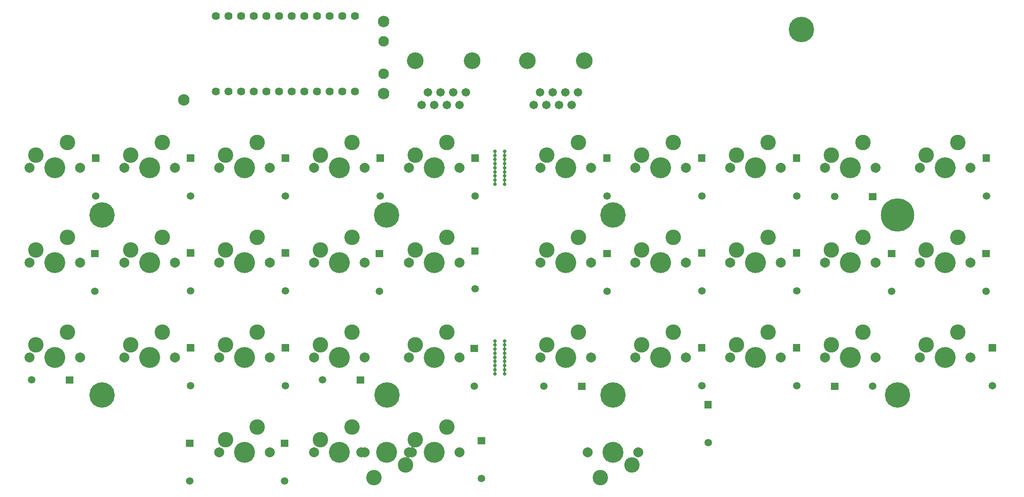
<source format=gbr>
G04 #@! TF.GenerationSoftware,KiCad,Pcbnew,(5.1.9)-1*
G04 #@! TF.CreationDate,2021-01-26T21:27:31-05:00*
G04 #@! TF.ProjectId,reviung34-split-L,72657669-756e-4673-9334-2d73706c6974,2.0*
G04 #@! TF.SameCoordinates,Original*
G04 #@! TF.FileFunction,Soldermask,Top*
G04 #@! TF.FilePolarity,Negative*
%FSLAX46Y46*%
G04 Gerber Fmt 4.6, Leading zero omitted, Abs format (unit mm)*
G04 Created by KiCad (PCBNEW (5.1.9)-1) date 2021-01-26 21:27:31*
%MOMM*%
%LPD*%
G01*
G04 APERTURE LIST*
%ADD10C,3.102000*%
%ADD11C,2.002000*%
%ADD12C,4.202000*%
%ADD13C,5.102000*%
%ADD14C,0.702000*%
%ADD15C,2.302000*%
%ADD16C,1.702000*%
%ADD17C,3.352000*%
%ADD18C,6.702000*%
%ADD19C,2.102000*%
%ADD20C,1.626000*%
%ADD21C,1.499000*%
%ADD22C,0.100000*%
G04 APERTURE END LIST*
D10*
X125935000Y-144030000D03*
X132285000Y-141490000D03*
D11*
X133555000Y-138950000D03*
X123395000Y-138950000D03*
D12*
X128475000Y-138950000D03*
D10*
X171395000Y-144030000D03*
X177745000Y-141490000D03*
D11*
X179015000Y-138950000D03*
X168855000Y-138950000D03*
D12*
X173935000Y-138950000D03*
D10*
X243150000Y-114820000D03*
X236800000Y-117360000D03*
D11*
X235530000Y-119900000D03*
X245690000Y-119900000D03*
D12*
X240610000Y-119900000D03*
D10*
X243150000Y-95770000D03*
X236800000Y-98310000D03*
D11*
X235530000Y-100850000D03*
X245690000Y-100850000D03*
D12*
X240610000Y-100850000D03*
D10*
X243150000Y-76720000D03*
X236800000Y-79260000D03*
D11*
X235530000Y-81800000D03*
X245690000Y-81800000D03*
D12*
X240610000Y-81800000D03*
D10*
X224100000Y-114820000D03*
X217750000Y-117360000D03*
D11*
X216480000Y-119900000D03*
X226640000Y-119900000D03*
D12*
X221560000Y-119900000D03*
D10*
X205050000Y-114820000D03*
X198700000Y-117360000D03*
D11*
X197430000Y-119900000D03*
X207590000Y-119900000D03*
D12*
X202510000Y-119900000D03*
D10*
X186000000Y-114820000D03*
X179650000Y-117360000D03*
D11*
X178380000Y-119900000D03*
X188540000Y-119900000D03*
D12*
X183460000Y-119900000D03*
D10*
X166950000Y-114820000D03*
X160600000Y-117360000D03*
D11*
X159330000Y-119900000D03*
X169490000Y-119900000D03*
D12*
X164410000Y-119900000D03*
D10*
X224100000Y-95770000D03*
X217750000Y-98310000D03*
D11*
X216480000Y-100850000D03*
X226640000Y-100850000D03*
D12*
X221560000Y-100850000D03*
D10*
X205050000Y-95770000D03*
X198700000Y-98310000D03*
D11*
X197430000Y-100850000D03*
X207590000Y-100850000D03*
D12*
X202510000Y-100850000D03*
D10*
X186000000Y-95770000D03*
X179650000Y-98310000D03*
D11*
X178380000Y-100850000D03*
X188540000Y-100850000D03*
D12*
X183460000Y-100850000D03*
D10*
X166950000Y-95770000D03*
X160600000Y-98310000D03*
D11*
X159330000Y-100850000D03*
X169490000Y-100850000D03*
D12*
X164410000Y-100850000D03*
D10*
X224100000Y-76720000D03*
X217750000Y-79260000D03*
D11*
X216480000Y-81800000D03*
X226640000Y-81800000D03*
D12*
X221560000Y-81800000D03*
D10*
X205050000Y-76720000D03*
X198700000Y-79260000D03*
D11*
X197430000Y-81800000D03*
X207590000Y-81800000D03*
D12*
X202510000Y-81800000D03*
D10*
X186000000Y-76720000D03*
X179650000Y-79260000D03*
D11*
X178380000Y-81800000D03*
X188540000Y-81800000D03*
D12*
X183460000Y-81800000D03*
D10*
X166950000Y-76720000D03*
X160600000Y-79260000D03*
D11*
X159330000Y-81800000D03*
X169490000Y-81800000D03*
D12*
X164410000Y-81800000D03*
D10*
X140540000Y-133870000D03*
X134190000Y-136410000D03*
D11*
X132920000Y-138950000D03*
X143080000Y-138950000D03*
D12*
X138000000Y-138950000D03*
D10*
X121490000Y-133870000D03*
X115140000Y-136410000D03*
D11*
X113870000Y-138950000D03*
X124030000Y-138950000D03*
D12*
X118950000Y-138950000D03*
D10*
X102440000Y-133870000D03*
X96090000Y-136410000D03*
D11*
X94820000Y-138950000D03*
X104980000Y-138950000D03*
D12*
X99900000Y-138950000D03*
D10*
X140540000Y-114820000D03*
X134190000Y-117360000D03*
D11*
X132920000Y-119900000D03*
X143080000Y-119900000D03*
D12*
X138000000Y-119900000D03*
D10*
X121490000Y-114820000D03*
X115140000Y-117360000D03*
D11*
X113870000Y-119900000D03*
X124030000Y-119900000D03*
D12*
X118950000Y-119900000D03*
D10*
X102440000Y-114820000D03*
X96090000Y-117360000D03*
D11*
X94820000Y-119900000D03*
X104980000Y-119900000D03*
D12*
X99900000Y-119900000D03*
D10*
X83390000Y-114820000D03*
X77040000Y-117360000D03*
D11*
X75770000Y-119900000D03*
X85930000Y-119900000D03*
D12*
X80850000Y-119900000D03*
D10*
X64340000Y-114820000D03*
X57990000Y-117360000D03*
D11*
X56720000Y-119900000D03*
X66880000Y-119900000D03*
D12*
X61800000Y-119900000D03*
D10*
X140540000Y-95770000D03*
X134190000Y-98310000D03*
D11*
X132920000Y-100850000D03*
X143080000Y-100850000D03*
D12*
X138000000Y-100850000D03*
D10*
X121490000Y-95770000D03*
X115140000Y-98310000D03*
D11*
X113870000Y-100850000D03*
X124030000Y-100850000D03*
D12*
X118950000Y-100850000D03*
D10*
X102440000Y-95770000D03*
X96090000Y-98310000D03*
D11*
X94820000Y-100850000D03*
X104980000Y-100850000D03*
D12*
X99900000Y-100850000D03*
D10*
X83390000Y-95770000D03*
X77040000Y-98310000D03*
D11*
X75770000Y-100850000D03*
X85930000Y-100850000D03*
D12*
X80850000Y-100850000D03*
D10*
X64340000Y-95770000D03*
X57990000Y-98310000D03*
D11*
X56720000Y-100850000D03*
X66880000Y-100850000D03*
D12*
X61800000Y-100850000D03*
D10*
X140540000Y-76720000D03*
X134190000Y-79260000D03*
D11*
X132920000Y-81800000D03*
X143080000Y-81800000D03*
D12*
X138000000Y-81800000D03*
D10*
X121490000Y-76720000D03*
X115140000Y-79260000D03*
D11*
X113870000Y-81800000D03*
X124030000Y-81800000D03*
D12*
X118950000Y-81800000D03*
D10*
X102440000Y-76720000D03*
X96090000Y-79260000D03*
D11*
X94820000Y-81800000D03*
X104980000Y-81800000D03*
D12*
X99900000Y-81800000D03*
D10*
X83390000Y-76720000D03*
X77040000Y-79260000D03*
D11*
X75770000Y-81800000D03*
X85930000Y-81800000D03*
D12*
X80850000Y-81800000D03*
D10*
X64340000Y-76720000D03*
X57990000Y-79260000D03*
D11*
X56720000Y-81800000D03*
X66880000Y-81800000D03*
D12*
X61800000Y-81800000D03*
D13*
X211800000Y-54070000D03*
X231080000Y-127440000D03*
X173930000Y-91340000D03*
X173930000Y-127440000D03*
X128440000Y-91340000D03*
X128570000Y-127440000D03*
X71320000Y-127440000D03*
X71320000Y-91340000D03*
D14*
X152150000Y-78520000D03*
X152140000Y-85120000D03*
X152140000Y-79345000D03*
X152140000Y-81820000D03*
X152140000Y-82645000D03*
X152140000Y-83470000D03*
X152140000Y-84295000D03*
X152140000Y-80995000D03*
X152140000Y-80170000D03*
X150240000Y-78520000D03*
X150230000Y-85120000D03*
X150230000Y-79345000D03*
X150230000Y-81820000D03*
X150230000Y-82645000D03*
X150230000Y-83470000D03*
X150230000Y-84295000D03*
X150230000Y-80995000D03*
X150230000Y-80170000D03*
X150240000Y-116600000D03*
X150230000Y-123200000D03*
X150230000Y-117425000D03*
X150230000Y-119900000D03*
X150230000Y-120725000D03*
X150230000Y-121550000D03*
X150230000Y-122375000D03*
X150230000Y-119075000D03*
X150230000Y-118250000D03*
X152150000Y-116600000D03*
X152140000Y-123200000D03*
X152140000Y-117425000D03*
X152140000Y-119900000D03*
X152140000Y-120725000D03*
X152140000Y-121550000D03*
X152140000Y-122375000D03*
X152140000Y-119075000D03*
X152140000Y-118250000D03*
D15*
X127850000Y-66970000D03*
X127850000Y-52420000D03*
X87760000Y-68190000D03*
D16*
X144380000Y-66660000D03*
X143110000Y-69200000D03*
X141840000Y-66660000D03*
X140570000Y-69200000D03*
X139300000Y-66660000D03*
X138030000Y-69200000D03*
X136760000Y-66660000D03*
X135490000Y-69200000D03*
D17*
X145650000Y-60310000D03*
X134220000Y-60310000D03*
D18*
X231080000Y-91340000D03*
D16*
X166920000Y-66660000D03*
X165650000Y-69200000D03*
X164380000Y-66660000D03*
X163110000Y-69200000D03*
X161840000Y-66660000D03*
X160570000Y-69200000D03*
X159300000Y-66660000D03*
X158030000Y-69200000D03*
D17*
X168190000Y-60310000D03*
X156760000Y-60310000D03*
D19*
X127860000Y-56440000D03*
X127860000Y-62940000D03*
D20*
X94162000Y-66548600D03*
X96702000Y-66548600D03*
X99242000Y-66548600D03*
X101782000Y-66548600D03*
X104322000Y-66548600D03*
X106862000Y-66548600D03*
X109402000Y-66548600D03*
X111942000Y-66548600D03*
X114482000Y-66548600D03*
X117022000Y-66548600D03*
X119562000Y-66548600D03*
X122102000Y-66548600D03*
X122102000Y-51328600D03*
X119562000Y-51328600D03*
X117022000Y-51328600D03*
X114482000Y-51328600D03*
X111942000Y-51328600D03*
X109402000Y-51328600D03*
X106862000Y-51328600D03*
X104322000Y-51328600D03*
X101782000Y-51328600D03*
X99242000Y-51328600D03*
X96702000Y-51328600D03*
X94162000Y-51328600D03*
G36*
G01*
X69321499Y-79160500D02*
X70718501Y-79160500D01*
G75*
G02*
X70769500Y-79211499I0J-50999D01*
G01*
X70769500Y-80608501D01*
G75*
G02*
X70718501Y-80659500I-50999J0D01*
G01*
X69321499Y-80659500D01*
G75*
G02*
X69270500Y-80608501I0J50999D01*
G01*
X69270500Y-79211499D01*
G75*
G02*
X69321499Y-79160500I50999J0D01*
G01*
G37*
D21*
X70020000Y-87530000D03*
X89070000Y-87530000D03*
G36*
G01*
X88371499Y-79160500D02*
X89768501Y-79160500D01*
G75*
G02*
X89819500Y-79211499I0J-50999D01*
G01*
X89819500Y-80608501D01*
G75*
G02*
X89768501Y-80659500I-50999J0D01*
G01*
X88371499Y-80659500D01*
G75*
G02*
X88320500Y-80608501I0J50999D01*
G01*
X88320500Y-79211499D01*
G75*
G02*
X88371499Y-79160500I50999J0D01*
G01*
G37*
G36*
G01*
X107421499Y-79160500D02*
X108818501Y-79160500D01*
G75*
G02*
X108869500Y-79211499I0J-50999D01*
G01*
X108869500Y-80608501D01*
G75*
G02*
X108818501Y-80659500I-50999J0D01*
G01*
X107421499Y-80659500D01*
G75*
G02*
X107370500Y-80608501I0J50999D01*
G01*
X107370500Y-79211499D01*
G75*
G02*
X107421499Y-79160500I50999J0D01*
G01*
G37*
X108120000Y-87530000D03*
X127170000Y-87530000D03*
G36*
G01*
X126471499Y-79160500D02*
X127868501Y-79160500D01*
G75*
G02*
X127919500Y-79211499I0J-50999D01*
G01*
X127919500Y-80608501D01*
G75*
G02*
X127868501Y-80659500I-50999J0D01*
G01*
X126471499Y-80659500D01*
G75*
G02*
X126420500Y-80608501I0J50999D01*
G01*
X126420500Y-79211499D01*
G75*
G02*
X126471499Y-79160500I50999J0D01*
G01*
G37*
X146220000Y-87530000D03*
G36*
G01*
X145521499Y-79160500D02*
X146918501Y-79160500D01*
G75*
G02*
X146969500Y-79211499I0J-50999D01*
G01*
X146969500Y-80608501D01*
G75*
G02*
X146918501Y-80659500I-50999J0D01*
G01*
X145521499Y-80659500D01*
G75*
G02*
X145470500Y-80608501I0J50999D01*
G01*
X145470500Y-79211499D01*
G75*
G02*
X145521499Y-79160500I50999J0D01*
G01*
G37*
X69850000Y-106680000D03*
G36*
G01*
X69151499Y-98310500D02*
X70548501Y-98310500D01*
G75*
G02*
X70599500Y-98361499I0J-50999D01*
G01*
X70599500Y-99758501D01*
G75*
G02*
X70548501Y-99809500I-50999J0D01*
G01*
X69151499Y-99809500D01*
G75*
G02*
X69100500Y-99758501I0J50999D01*
G01*
X69100500Y-98361499D01*
G75*
G02*
X69151499Y-98310500I50999J0D01*
G01*
G37*
X89070000Y-106580000D03*
G36*
G01*
X88371499Y-98210500D02*
X89768501Y-98210500D01*
G75*
G02*
X89819500Y-98261499I0J-50999D01*
G01*
X89819500Y-99658501D01*
G75*
G02*
X89768501Y-99709500I-50999J0D01*
G01*
X88371499Y-99709500D01*
G75*
G02*
X88320500Y-99658501I0J50999D01*
G01*
X88320500Y-98261499D01*
G75*
G02*
X88371499Y-98210500I50999J0D01*
G01*
G37*
X108120000Y-106580000D03*
G36*
G01*
X107421499Y-98210500D02*
X108818501Y-98210500D01*
G75*
G02*
X108869500Y-98261499I0J-50999D01*
G01*
X108869500Y-99658501D01*
G75*
G02*
X108818501Y-99709500I-50999J0D01*
G01*
X107421499Y-99709500D01*
G75*
G02*
X107370500Y-99658501I0J50999D01*
G01*
X107370500Y-98261499D01*
G75*
G02*
X107421499Y-98210500I50999J0D01*
G01*
G37*
X127000000Y-106680000D03*
G36*
G01*
X126301499Y-98310500D02*
X127698501Y-98310500D01*
G75*
G02*
X127749500Y-98361499I0J-50999D01*
G01*
X127749500Y-99758501D01*
G75*
G02*
X127698501Y-99809500I-50999J0D01*
G01*
X126301499Y-99809500D01*
G75*
G02*
X126250500Y-99758501I0J50999D01*
G01*
X126250500Y-98361499D01*
G75*
G02*
X126301499Y-98310500I50999J0D01*
G01*
G37*
X146200000Y-106175000D03*
G36*
G01*
X145501499Y-97805500D02*
X146898501Y-97805500D01*
G75*
G02*
X146949500Y-97856499I0J-50999D01*
G01*
X146949500Y-99253501D01*
G75*
G02*
X146898501Y-99304500I-50999J0D01*
G01*
X145501499Y-99304500D01*
G75*
G02*
X145450500Y-99253501I0J50999D01*
G01*
X145450500Y-97856499D01*
G75*
G02*
X145501499Y-97805500I50999J0D01*
G01*
G37*
G36*
G01*
X65519500Y-123761499D02*
X65519500Y-125158501D01*
G75*
G02*
X65468501Y-125209500I-50999J0D01*
G01*
X64071499Y-125209500D01*
G75*
G02*
X64020500Y-125158501I0J50999D01*
G01*
X64020500Y-123761499D01*
G75*
G02*
X64071499Y-123710500I50999J0D01*
G01*
X65468501Y-123710500D01*
G75*
G02*
X65519500Y-123761499I0J-50999D01*
G01*
G37*
X57150000Y-124460000D03*
G36*
G01*
X88371499Y-117260500D02*
X89768501Y-117260500D01*
G75*
G02*
X89819500Y-117311499I0J-50999D01*
G01*
X89819500Y-118708501D01*
G75*
G02*
X89768501Y-118759500I-50999J0D01*
G01*
X88371499Y-118759500D01*
G75*
G02*
X88320500Y-118708501I0J50999D01*
G01*
X88320500Y-117311499D01*
G75*
G02*
X88371499Y-117260500I50999J0D01*
G01*
G37*
X89070000Y-125630000D03*
G36*
G01*
X107421499Y-117260500D02*
X108818501Y-117260500D01*
G75*
G02*
X108869500Y-117311499I0J-50999D01*
G01*
X108869500Y-118708501D01*
G75*
G02*
X108818501Y-118759500I-50999J0D01*
G01*
X107421499Y-118759500D01*
G75*
G02*
X107370500Y-118708501I0J50999D01*
G01*
X107370500Y-117311499D01*
G75*
G02*
X107421499Y-117260500I50999J0D01*
G01*
G37*
X108120000Y-125630000D03*
G36*
G01*
X123939500Y-123761499D02*
X123939500Y-125158501D01*
G75*
G02*
X123888501Y-125209500I-50999J0D01*
G01*
X122491499Y-125209500D01*
G75*
G02*
X122440500Y-125158501I0J50999D01*
G01*
X122440500Y-123761499D01*
G75*
G02*
X122491499Y-123710500I50999J0D01*
G01*
X123888501Y-123710500D01*
G75*
G02*
X123939500Y-123761499I0J-50999D01*
G01*
G37*
X115570000Y-124460000D03*
G36*
G01*
X145351499Y-117360500D02*
X146748501Y-117360500D01*
G75*
G02*
X146799500Y-117411499I0J-50999D01*
G01*
X146799500Y-118808501D01*
G75*
G02*
X146748501Y-118859500I-50999J0D01*
G01*
X145351499Y-118859500D01*
G75*
G02*
X145300500Y-118808501I0J50999D01*
G01*
X145300500Y-117411499D01*
G75*
G02*
X145351499Y-117360500I50999J0D01*
G01*
G37*
X146050000Y-125730000D03*
G36*
G01*
X88201499Y-136410500D02*
X89598501Y-136410500D01*
G75*
G02*
X89649500Y-136461499I0J-50999D01*
G01*
X89649500Y-137858501D01*
G75*
G02*
X89598501Y-137909500I-50999J0D01*
G01*
X88201499Y-137909500D01*
G75*
G02*
X88150500Y-137858501I0J50999D01*
G01*
X88150500Y-136461499D01*
G75*
G02*
X88201499Y-136410500I50999J0D01*
G01*
G37*
X88900000Y-144780000D03*
G36*
G01*
X107251499Y-136410500D02*
X108648501Y-136410500D01*
G75*
G02*
X108699500Y-136461499I0J-50999D01*
G01*
X108699500Y-137858501D01*
G75*
G02*
X108648501Y-137909500I-50999J0D01*
G01*
X107251499Y-137909500D01*
G75*
G02*
X107200500Y-137858501I0J50999D01*
G01*
X107200500Y-136461499D01*
G75*
G02*
X107251499Y-136410500I50999J0D01*
G01*
G37*
X107950000Y-144780000D03*
X147490000Y-144275000D03*
G36*
G01*
X146791499Y-135905500D02*
X148188501Y-135905500D01*
G75*
G02*
X148239500Y-135956499I0J-50999D01*
G01*
X148239500Y-137353501D01*
G75*
G02*
X148188501Y-137404500I-50999J0D01*
G01*
X146791499Y-137404500D01*
G75*
G02*
X146740500Y-137353501I0J50999D01*
G01*
X146740500Y-135956499D01*
G75*
G02*
X146791499Y-135905500I50999J0D01*
G01*
G37*
G36*
G01*
X172011499Y-79160500D02*
X173408501Y-79160500D01*
G75*
G02*
X173459500Y-79211499I0J-50999D01*
G01*
X173459500Y-80608501D01*
G75*
G02*
X173408501Y-80659500I-50999J0D01*
G01*
X172011499Y-80659500D01*
G75*
G02*
X171960500Y-80608501I0J50999D01*
G01*
X171960500Y-79211499D01*
G75*
G02*
X172011499Y-79160500I50999J0D01*
G01*
G37*
X172710000Y-87530000D03*
X191760000Y-87530000D03*
G36*
G01*
X191061499Y-79160500D02*
X192458501Y-79160500D01*
G75*
G02*
X192509500Y-79211499I0J-50999D01*
G01*
X192509500Y-80608501D01*
G75*
G02*
X192458501Y-80659500I-50999J0D01*
G01*
X191061499Y-80659500D01*
G75*
G02*
X191010500Y-80608501I0J50999D01*
G01*
X191010500Y-79211499D01*
G75*
G02*
X191061499Y-79160500I50999J0D01*
G01*
G37*
G36*
G01*
X210111499Y-79160500D02*
X211508501Y-79160500D01*
G75*
G02*
X211559500Y-79211499I0J-50999D01*
G01*
X211559500Y-80608501D01*
G75*
G02*
X211508501Y-80659500I-50999J0D01*
G01*
X210111499Y-80659500D01*
G75*
G02*
X210060500Y-80608501I0J50999D01*
G01*
X210060500Y-79211499D01*
G75*
G02*
X210111499Y-79160500I50999J0D01*
G01*
G37*
X210810000Y-87530000D03*
X218440000Y-87630000D03*
G36*
G01*
X226809500Y-86931499D02*
X226809500Y-88328501D01*
G75*
G02*
X226758501Y-88379500I-50999J0D01*
G01*
X225361499Y-88379500D01*
G75*
G02*
X225310500Y-88328501I0J50999D01*
G01*
X225310500Y-86931499D01*
G75*
G02*
X225361499Y-86880500I50999J0D01*
G01*
X226758501Y-86880500D01*
G75*
G02*
X226809500Y-86931499I0J-50999D01*
G01*
G37*
G36*
G01*
X172021499Y-98310500D02*
X173418501Y-98310500D01*
G75*
G02*
X173469500Y-98361499I0J-50999D01*
G01*
X173469500Y-99758501D01*
G75*
G02*
X173418501Y-99809500I-50999J0D01*
G01*
X172021499Y-99809500D01*
G75*
G02*
X171970500Y-99758501I0J50999D01*
G01*
X171970500Y-98361499D01*
G75*
G02*
X172021499Y-98310500I50999J0D01*
G01*
G37*
X172720000Y-106680000D03*
X191760000Y-106580000D03*
G36*
G01*
X191061499Y-98210500D02*
X192458501Y-98210500D01*
G75*
G02*
X192509500Y-98261499I0J-50999D01*
G01*
X192509500Y-99658501D01*
G75*
G02*
X192458501Y-99709500I-50999J0D01*
G01*
X191061499Y-99709500D01*
G75*
G02*
X191010500Y-99658501I0J50999D01*
G01*
X191010500Y-98261499D01*
G75*
G02*
X191061499Y-98210500I50999J0D01*
G01*
G37*
G36*
G01*
X210111499Y-98210500D02*
X211508501Y-98210500D01*
G75*
G02*
X211559500Y-98261499I0J-50999D01*
G01*
X211559500Y-99658501D01*
G75*
G02*
X211508501Y-99709500I-50999J0D01*
G01*
X210111499Y-99709500D01*
G75*
G02*
X210060500Y-99658501I0J50999D01*
G01*
X210060500Y-98261499D01*
G75*
G02*
X210111499Y-98210500I50999J0D01*
G01*
G37*
X210810000Y-106580000D03*
X229870000Y-106680000D03*
G36*
G01*
X229171499Y-98310500D02*
X230568501Y-98310500D01*
G75*
G02*
X230619500Y-98361499I0J-50999D01*
G01*
X230619500Y-99758501D01*
G75*
G02*
X230568501Y-99809500I-50999J0D01*
G01*
X229171499Y-99809500D01*
G75*
G02*
X229120500Y-99758501I0J50999D01*
G01*
X229120500Y-98361499D01*
G75*
G02*
X229171499Y-98310500I50999J0D01*
G01*
G37*
X160020000Y-125730000D03*
G36*
G01*
X168389500Y-125031499D02*
X168389500Y-126428501D01*
G75*
G02*
X168338501Y-126479500I-50999J0D01*
G01*
X166941499Y-126479500D01*
G75*
G02*
X166890500Y-126428501I0J50999D01*
G01*
X166890500Y-125031499D01*
G75*
G02*
X166941499Y-124980500I50999J0D01*
G01*
X168338501Y-124980500D01*
G75*
G02*
X168389500Y-125031499I0J-50999D01*
G01*
G37*
G36*
G01*
X191061499Y-117260500D02*
X192458501Y-117260500D01*
G75*
G02*
X192509500Y-117311499I0J-50999D01*
G01*
X192509500Y-118708501D01*
G75*
G02*
X192458501Y-118759500I-50999J0D01*
G01*
X191061499Y-118759500D01*
G75*
G02*
X191010500Y-118708501I0J50999D01*
G01*
X191010500Y-117311499D01*
G75*
G02*
X191061499Y-117260500I50999J0D01*
G01*
G37*
X191760000Y-125630000D03*
X210810000Y-125630000D03*
G36*
G01*
X210111499Y-117260500D02*
X211508501Y-117260500D01*
G75*
G02*
X211559500Y-117311499I0J-50999D01*
G01*
X211559500Y-118708501D01*
G75*
G02*
X211508501Y-118759500I-50999J0D01*
G01*
X210111499Y-118759500D01*
G75*
G02*
X210060500Y-118708501I0J50999D01*
G01*
X210060500Y-117311499D01*
G75*
G02*
X210111499Y-117260500I50999J0D01*
G01*
G37*
G36*
G01*
X217690500Y-126428501D02*
X217690500Y-125031499D01*
G75*
G02*
X217741499Y-124980500I50999J0D01*
G01*
X219138501Y-124980500D01*
G75*
G02*
X219189500Y-125031499I0J-50999D01*
G01*
X219189500Y-126428501D01*
G75*
G02*
X219138501Y-126479500I-50999J0D01*
G01*
X217741499Y-126479500D01*
G75*
G02*
X217690500Y-126428501I0J50999D01*
G01*
G37*
X226060000Y-125730000D03*
X248910000Y-87530000D03*
G36*
G01*
X248211499Y-79160500D02*
X249608501Y-79160500D01*
G75*
G02*
X249659500Y-79211499I0J-50999D01*
G01*
X249659500Y-80608501D01*
G75*
G02*
X249608501Y-80659500I-50999J0D01*
G01*
X248211499Y-80659500D01*
G75*
G02*
X248160500Y-80608501I0J50999D01*
G01*
X248160500Y-79211499D01*
G75*
G02*
X248211499Y-79160500I50999J0D01*
G01*
G37*
G36*
G01*
X248151499Y-98310500D02*
X249548501Y-98310500D01*
G75*
G02*
X249599500Y-98361499I0J-50999D01*
G01*
X249599500Y-99758501D01*
G75*
G02*
X249548501Y-99809500I-50999J0D01*
G01*
X248151499Y-99809500D01*
G75*
G02*
X248100500Y-99758501I0J50999D01*
G01*
X248100500Y-98361499D01*
G75*
G02*
X248151499Y-98310500I50999J0D01*
G01*
G37*
X248850000Y-106680000D03*
X250120000Y-125630000D03*
G36*
G01*
X249421499Y-117260500D02*
X250818501Y-117260500D01*
G75*
G02*
X250869500Y-117311499I0J-50999D01*
G01*
X250869500Y-118708501D01*
G75*
G02*
X250818501Y-118759500I-50999J0D01*
G01*
X249421499Y-118759500D01*
G75*
G02*
X249370500Y-118708501I0J50999D01*
G01*
X249370500Y-117311499D01*
G75*
G02*
X249421499Y-117260500I50999J0D01*
G01*
G37*
G36*
G01*
X192331499Y-128690500D02*
X193728501Y-128690500D01*
G75*
G02*
X193779500Y-128741499I0J-50999D01*
G01*
X193779500Y-130138501D01*
G75*
G02*
X193728501Y-130189500I-50999J0D01*
G01*
X192331499Y-130189500D01*
G75*
G02*
X192280500Y-130138501I0J50999D01*
G01*
X192280500Y-128741499D01*
G75*
G02*
X192331499Y-128690500I50999J0D01*
G01*
G37*
X193030000Y-137060000D03*
D22*
G36*
X132288651Y-139723836D02*
G01*
X132449079Y-139831030D01*
X132630007Y-139905973D01*
X132822084Y-139944180D01*
X133017916Y-139944180D01*
X133101829Y-139927489D01*
X133103723Y-139928132D01*
X133104113Y-139930094D01*
X133102800Y-139931365D01*
X133085412Y-139936639D01*
X133064148Y-139948004D01*
X133045512Y-139963299D01*
X133030216Y-139981936D01*
X133018851Y-140003200D01*
X133011851Y-140026275D01*
X133009488Y-140050266D01*
X133011851Y-140074257D01*
X133018851Y-140097332D01*
X133030216Y-140118596D01*
X133045511Y-140137232D01*
X133059554Y-140148757D01*
X133060258Y-140150629D01*
X133058989Y-140152175D01*
X133057174Y-140151966D01*
X133015189Y-140123913D01*
X132734650Y-140007710D01*
X132436826Y-139948468D01*
X132214273Y-139948468D01*
X132212541Y-139947468D01*
X132212541Y-139945468D01*
X132214077Y-139944478D01*
X132232152Y-139942698D01*
X132255227Y-139935698D01*
X132276491Y-139924333D01*
X132295128Y-139909038D01*
X132310423Y-139890401D01*
X132321788Y-139869137D01*
X132328788Y-139846062D01*
X132331151Y-139822071D01*
X132328788Y-139798080D01*
X132321788Y-139775005D01*
X132310423Y-139753741D01*
X132295128Y-139735104D01*
X132290679Y-139731453D01*
X132290534Y-139731321D01*
X132286126Y-139726913D01*
X132285608Y-139724981D01*
X132287022Y-139723567D01*
X132288651Y-139723836D01*
G37*
G36*
X133417826Y-137748034D02*
G01*
X133459811Y-137776087D01*
X133740350Y-137892290D01*
X134038174Y-137951532D01*
X134260727Y-137951532D01*
X134262459Y-137952532D01*
X134262459Y-137954532D01*
X134260923Y-137955522D01*
X134242848Y-137957302D01*
X134219773Y-137964302D01*
X134198509Y-137975667D01*
X134179872Y-137990962D01*
X134164577Y-138009599D01*
X134153212Y-138030863D01*
X134146212Y-138053938D01*
X134143849Y-138077929D01*
X134146212Y-138101920D01*
X134153212Y-138124995D01*
X134164577Y-138146259D01*
X134179872Y-138164896D01*
X134184321Y-138168547D01*
X134184466Y-138168679D01*
X134188874Y-138173087D01*
X134189392Y-138175019D01*
X134187978Y-138176433D01*
X134186349Y-138176164D01*
X134025921Y-138068970D01*
X133844993Y-137994027D01*
X133652916Y-137955820D01*
X133457084Y-137955820D01*
X133373171Y-137972511D01*
X133371277Y-137971868D01*
X133370887Y-137969906D01*
X133372200Y-137968635D01*
X133389588Y-137963361D01*
X133410852Y-137951996D01*
X133429488Y-137936701D01*
X133444784Y-137918064D01*
X133456149Y-137896800D01*
X133463149Y-137873725D01*
X133465512Y-137849734D01*
X133463149Y-137825743D01*
X133456149Y-137802668D01*
X133444784Y-137781404D01*
X133429489Y-137762768D01*
X133415446Y-137751243D01*
X133414742Y-137749371D01*
X133416011Y-137747825D01*
X133417826Y-137748034D01*
G37*
G36*
X150066938Y-122683382D02*
G01*
X150128692Y-122708962D01*
X150195795Y-122722310D01*
X150264205Y-122722310D01*
X150331308Y-122708962D01*
X150393062Y-122683382D01*
X150395045Y-122683643D01*
X150395810Y-122685491D01*
X150395096Y-122686776D01*
X150378333Y-122700533D01*
X150363038Y-122719170D01*
X150351673Y-122740434D01*
X150344673Y-122763509D01*
X150342310Y-122787500D01*
X150344673Y-122811491D01*
X150351673Y-122834566D01*
X150363038Y-122855830D01*
X150378333Y-122874467D01*
X150395096Y-122888224D01*
X150395800Y-122890096D01*
X150394531Y-122891642D01*
X150393062Y-122891618D01*
X150331308Y-122866038D01*
X150264205Y-122852690D01*
X150195795Y-122852690D01*
X150128692Y-122866038D01*
X150066938Y-122891618D01*
X150064955Y-122891357D01*
X150064190Y-122889509D01*
X150064904Y-122888224D01*
X150081667Y-122874467D01*
X150096962Y-122855830D01*
X150108327Y-122834566D01*
X150115327Y-122811491D01*
X150117690Y-122787500D01*
X150115327Y-122763509D01*
X150108327Y-122740434D01*
X150096962Y-122719170D01*
X150081667Y-122700533D01*
X150064904Y-122686776D01*
X150064200Y-122684904D01*
X150065469Y-122683358D01*
X150066938Y-122683382D01*
G37*
G36*
X151976938Y-122683382D02*
G01*
X152038692Y-122708962D01*
X152105795Y-122722310D01*
X152174205Y-122722310D01*
X152241308Y-122708962D01*
X152303062Y-122683382D01*
X152305045Y-122683643D01*
X152305810Y-122685491D01*
X152305096Y-122686776D01*
X152288333Y-122700533D01*
X152273038Y-122719170D01*
X152261673Y-122740434D01*
X152254673Y-122763509D01*
X152252310Y-122787500D01*
X152254673Y-122811491D01*
X152261673Y-122834566D01*
X152273038Y-122855830D01*
X152288333Y-122874467D01*
X152305096Y-122888224D01*
X152305800Y-122890096D01*
X152304531Y-122891642D01*
X152303062Y-122891618D01*
X152241308Y-122866038D01*
X152174205Y-122852690D01*
X152105795Y-122852690D01*
X152038692Y-122866038D01*
X151976938Y-122891618D01*
X151974955Y-122891357D01*
X151974190Y-122889509D01*
X151974904Y-122888224D01*
X151991667Y-122874467D01*
X152006962Y-122855830D01*
X152018327Y-122834566D01*
X152025327Y-122811491D01*
X152027690Y-122787500D01*
X152025327Y-122763509D01*
X152018327Y-122740434D01*
X152006962Y-122719170D01*
X151991667Y-122700533D01*
X151974904Y-122686776D01*
X151974200Y-122684904D01*
X151975469Y-122683358D01*
X151976938Y-122683382D01*
G37*
G36*
X150066938Y-121858382D02*
G01*
X150128692Y-121883962D01*
X150195795Y-121897310D01*
X150264205Y-121897310D01*
X150331308Y-121883962D01*
X150393062Y-121858382D01*
X150395045Y-121858643D01*
X150395810Y-121860491D01*
X150395096Y-121861776D01*
X150378333Y-121875533D01*
X150363038Y-121894170D01*
X150351673Y-121915434D01*
X150344673Y-121938509D01*
X150342310Y-121962500D01*
X150344673Y-121986491D01*
X150351673Y-122009566D01*
X150363038Y-122030830D01*
X150378333Y-122049467D01*
X150395096Y-122063224D01*
X150395800Y-122065096D01*
X150394531Y-122066642D01*
X150393062Y-122066618D01*
X150331308Y-122041038D01*
X150264205Y-122027690D01*
X150195795Y-122027690D01*
X150128692Y-122041038D01*
X150066938Y-122066618D01*
X150064955Y-122066357D01*
X150064190Y-122064509D01*
X150064904Y-122063224D01*
X150081667Y-122049467D01*
X150096962Y-122030830D01*
X150108327Y-122009566D01*
X150115327Y-121986491D01*
X150117690Y-121962500D01*
X150115327Y-121938509D01*
X150108327Y-121915434D01*
X150096962Y-121894170D01*
X150081667Y-121875533D01*
X150064904Y-121861776D01*
X150064200Y-121859904D01*
X150065469Y-121858358D01*
X150066938Y-121858382D01*
G37*
G36*
X151976938Y-121858382D02*
G01*
X152038692Y-121883962D01*
X152105795Y-121897310D01*
X152174205Y-121897310D01*
X152241308Y-121883962D01*
X152303062Y-121858382D01*
X152305045Y-121858643D01*
X152305810Y-121860491D01*
X152305096Y-121861776D01*
X152288333Y-121875533D01*
X152273038Y-121894170D01*
X152261673Y-121915434D01*
X152254673Y-121938509D01*
X152252310Y-121962500D01*
X152254673Y-121986491D01*
X152261673Y-122009566D01*
X152273038Y-122030830D01*
X152288333Y-122049467D01*
X152305096Y-122063224D01*
X152305800Y-122065096D01*
X152304531Y-122066642D01*
X152303062Y-122066618D01*
X152241308Y-122041038D01*
X152174205Y-122027690D01*
X152105795Y-122027690D01*
X152038692Y-122041038D01*
X151976938Y-122066618D01*
X151974955Y-122066357D01*
X151974190Y-122064509D01*
X151974904Y-122063224D01*
X151991667Y-122049467D01*
X152006962Y-122030830D01*
X152018327Y-122009566D01*
X152025327Y-121986491D01*
X152027690Y-121962500D01*
X152025327Y-121938509D01*
X152018327Y-121915434D01*
X152006962Y-121894170D01*
X151991667Y-121875533D01*
X151974904Y-121861776D01*
X151974200Y-121859904D01*
X151975469Y-121858358D01*
X151976938Y-121858382D01*
G37*
G36*
X151976938Y-121033382D02*
G01*
X152038692Y-121058962D01*
X152105795Y-121072310D01*
X152174205Y-121072310D01*
X152241308Y-121058962D01*
X152303062Y-121033382D01*
X152305045Y-121033643D01*
X152305810Y-121035491D01*
X152305096Y-121036776D01*
X152288333Y-121050533D01*
X152273038Y-121069170D01*
X152261673Y-121090434D01*
X152254673Y-121113509D01*
X152252310Y-121137500D01*
X152254673Y-121161491D01*
X152261673Y-121184566D01*
X152273038Y-121205830D01*
X152288333Y-121224467D01*
X152305096Y-121238224D01*
X152305800Y-121240096D01*
X152304531Y-121241642D01*
X152303062Y-121241618D01*
X152241308Y-121216038D01*
X152174205Y-121202690D01*
X152105795Y-121202690D01*
X152038692Y-121216038D01*
X151976938Y-121241618D01*
X151974955Y-121241357D01*
X151974190Y-121239509D01*
X151974904Y-121238224D01*
X151991667Y-121224467D01*
X152006962Y-121205830D01*
X152018327Y-121184566D01*
X152025327Y-121161491D01*
X152027690Y-121137500D01*
X152025327Y-121113509D01*
X152018327Y-121090434D01*
X152006962Y-121069170D01*
X151991667Y-121050533D01*
X151974904Y-121036776D01*
X151974200Y-121034904D01*
X151975469Y-121033358D01*
X151976938Y-121033382D01*
G37*
G36*
X150066938Y-121033382D02*
G01*
X150128692Y-121058962D01*
X150195795Y-121072310D01*
X150264205Y-121072310D01*
X150331308Y-121058962D01*
X150393062Y-121033382D01*
X150395045Y-121033643D01*
X150395810Y-121035491D01*
X150395096Y-121036776D01*
X150378333Y-121050533D01*
X150363038Y-121069170D01*
X150351673Y-121090434D01*
X150344673Y-121113509D01*
X150342310Y-121137500D01*
X150344673Y-121161491D01*
X150351673Y-121184566D01*
X150363038Y-121205830D01*
X150378333Y-121224467D01*
X150395096Y-121238224D01*
X150395800Y-121240096D01*
X150394531Y-121241642D01*
X150393062Y-121241618D01*
X150331308Y-121216038D01*
X150264205Y-121202690D01*
X150195795Y-121202690D01*
X150128692Y-121216038D01*
X150066938Y-121241618D01*
X150064955Y-121241357D01*
X150064190Y-121239509D01*
X150064904Y-121238224D01*
X150081667Y-121224467D01*
X150096962Y-121205830D01*
X150108327Y-121184566D01*
X150115327Y-121161491D01*
X150117690Y-121137500D01*
X150115327Y-121113509D01*
X150108327Y-121090434D01*
X150096962Y-121069170D01*
X150081667Y-121050533D01*
X150064904Y-121036776D01*
X150064200Y-121034904D01*
X150065469Y-121033358D01*
X150066938Y-121033382D01*
G37*
G36*
X151976938Y-120208382D02*
G01*
X152038692Y-120233962D01*
X152105795Y-120247310D01*
X152174205Y-120247310D01*
X152241308Y-120233962D01*
X152303062Y-120208382D01*
X152305045Y-120208643D01*
X152305810Y-120210491D01*
X152305096Y-120211776D01*
X152288333Y-120225533D01*
X152273038Y-120244170D01*
X152261673Y-120265434D01*
X152254673Y-120288509D01*
X152252310Y-120312500D01*
X152254673Y-120336491D01*
X152261673Y-120359566D01*
X152273038Y-120380830D01*
X152288333Y-120399467D01*
X152305096Y-120413224D01*
X152305800Y-120415096D01*
X152304531Y-120416642D01*
X152303062Y-120416618D01*
X152241308Y-120391038D01*
X152174205Y-120377690D01*
X152105795Y-120377690D01*
X152038692Y-120391038D01*
X151976938Y-120416618D01*
X151974955Y-120416357D01*
X151974190Y-120414509D01*
X151974904Y-120413224D01*
X151991667Y-120399467D01*
X152006962Y-120380830D01*
X152018327Y-120359566D01*
X152025327Y-120336491D01*
X152027690Y-120312500D01*
X152025327Y-120288509D01*
X152018327Y-120265434D01*
X152006962Y-120244170D01*
X151991667Y-120225533D01*
X151974904Y-120211776D01*
X151974200Y-120209904D01*
X151975469Y-120208358D01*
X151976938Y-120208382D01*
G37*
G36*
X150066938Y-120208382D02*
G01*
X150128692Y-120233962D01*
X150195795Y-120247310D01*
X150264205Y-120247310D01*
X150331308Y-120233962D01*
X150393062Y-120208382D01*
X150395045Y-120208643D01*
X150395810Y-120210491D01*
X150395096Y-120211776D01*
X150378333Y-120225533D01*
X150363038Y-120244170D01*
X150351673Y-120265434D01*
X150344673Y-120288509D01*
X150342310Y-120312500D01*
X150344673Y-120336491D01*
X150351673Y-120359566D01*
X150363038Y-120380830D01*
X150378333Y-120399467D01*
X150395096Y-120413224D01*
X150395800Y-120415096D01*
X150394531Y-120416642D01*
X150393062Y-120416618D01*
X150331308Y-120391038D01*
X150264205Y-120377690D01*
X150195795Y-120377690D01*
X150128692Y-120391038D01*
X150066938Y-120416618D01*
X150064955Y-120416357D01*
X150064190Y-120414509D01*
X150064904Y-120413224D01*
X150081667Y-120399467D01*
X150096962Y-120380830D01*
X150108327Y-120359566D01*
X150115327Y-120336491D01*
X150117690Y-120312500D01*
X150115327Y-120288509D01*
X150108327Y-120265434D01*
X150096962Y-120244170D01*
X150081667Y-120225533D01*
X150064904Y-120211776D01*
X150064200Y-120209904D01*
X150065469Y-120208358D01*
X150066938Y-120208382D01*
G37*
G36*
X151976938Y-119383382D02*
G01*
X152038692Y-119408962D01*
X152105795Y-119422310D01*
X152174205Y-119422310D01*
X152241308Y-119408962D01*
X152303062Y-119383382D01*
X152305045Y-119383643D01*
X152305810Y-119385491D01*
X152305096Y-119386776D01*
X152288333Y-119400533D01*
X152273038Y-119419170D01*
X152261673Y-119440434D01*
X152254673Y-119463509D01*
X152252310Y-119487500D01*
X152254673Y-119511491D01*
X152261673Y-119534566D01*
X152273038Y-119555830D01*
X152288333Y-119574467D01*
X152305096Y-119588224D01*
X152305800Y-119590096D01*
X152304531Y-119591642D01*
X152303062Y-119591618D01*
X152241308Y-119566038D01*
X152174205Y-119552690D01*
X152105795Y-119552690D01*
X152038692Y-119566038D01*
X151976938Y-119591618D01*
X151974955Y-119591357D01*
X151974190Y-119589509D01*
X151974904Y-119588224D01*
X151991667Y-119574467D01*
X152006962Y-119555830D01*
X152018327Y-119534566D01*
X152025327Y-119511491D01*
X152027690Y-119487500D01*
X152025327Y-119463509D01*
X152018327Y-119440434D01*
X152006962Y-119419170D01*
X151991667Y-119400533D01*
X151974904Y-119386776D01*
X151974200Y-119384904D01*
X151975469Y-119383358D01*
X151976938Y-119383382D01*
G37*
G36*
X150066938Y-119383382D02*
G01*
X150128692Y-119408962D01*
X150195795Y-119422310D01*
X150264205Y-119422310D01*
X150331308Y-119408962D01*
X150393062Y-119383382D01*
X150395045Y-119383643D01*
X150395810Y-119385491D01*
X150395096Y-119386776D01*
X150378333Y-119400533D01*
X150363038Y-119419170D01*
X150351673Y-119440434D01*
X150344673Y-119463509D01*
X150342310Y-119487500D01*
X150344673Y-119511491D01*
X150351673Y-119534566D01*
X150363038Y-119555830D01*
X150378333Y-119574467D01*
X150395096Y-119588224D01*
X150395800Y-119590096D01*
X150394531Y-119591642D01*
X150393062Y-119591618D01*
X150331308Y-119566038D01*
X150264205Y-119552690D01*
X150195795Y-119552690D01*
X150128692Y-119566038D01*
X150066938Y-119591618D01*
X150064955Y-119591357D01*
X150064190Y-119589509D01*
X150064904Y-119588224D01*
X150081667Y-119574467D01*
X150096962Y-119555830D01*
X150108327Y-119534566D01*
X150115327Y-119511491D01*
X150117690Y-119487500D01*
X150115327Y-119463509D01*
X150108327Y-119440434D01*
X150096962Y-119419170D01*
X150081667Y-119400533D01*
X150064904Y-119386776D01*
X150064200Y-119384904D01*
X150065469Y-119383358D01*
X150066938Y-119383382D01*
G37*
G36*
X151976938Y-118558382D02*
G01*
X152038692Y-118583962D01*
X152105795Y-118597310D01*
X152174205Y-118597310D01*
X152241308Y-118583962D01*
X152303062Y-118558382D01*
X152305045Y-118558643D01*
X152305810Y-118560491D01*
X152305096Y-118561776D01*
X152288333Y-118575533D01*
X152273038Y-118594170D01*
X152261673Y-118615434D01*
X152254673Y-118638509D01*
X152252310Y-118662500D01*
X152254673Y-118686491D01*
X152261673Y-118709566D01*
X152273038Y-118730830D01*
X152288333Y-118749467D01*
X152305096Y-118763224D01*
X152305800Y-118765096D01*
X152304531Y-118766642D01*
X152303062Y-118766618D01*
X152241308Y-118741038D01*
X152174205Y-118727690D01*
X152105795Y-118727690D01*
X152038692Y-118741038D01*
X151976938Y-118766618D01*
X151974955Y-118766357D01*
X151974190Y-118764509D01*
X151974904Y-118763224D01*
X151991667Y-118749467D01*
X152006962Y-118730830D01*
X152018327Y-118709566D01*
X152025327Y-118686491D01*
X152027690Y-118662500D01*
X152025327Y-118638509D01*
X152018327Y-118615434D01*
X152006962Y-118594170D01*
X151991667Y-118575533D01*
X151974904Y-118561776D01*
X151974200Y-118559904D01*
X151975469Y-118558358D01*
X151976938Y-118558382D01*
G37*
G36*
X150066938Y-118558382D02*
G01*
X150128692Y-118583962D01*
X150195795Y-118597310D01*
X150264205Y-118597310D01*
X150331308Y-118583962D01*
X150393062Y-118558382D01*
X150395045Y-118558643D01*
X150395810Y-118560491D01*
X150395096Y-118561776D01*
X150378333Y-118575533D01*
X150363038Y-118594170D01*
X150351673Y-118615434D01*
X150344673Y-118638509D01*
X150342310Y-118662500D01*
X150344673Y-118686491D01*
X150351673Y-118709566D01*
X150363038Y-118730830D01*
X150378333Y-118749467D01*
X150395096Y-118763224D01*
X150395800Y-118765096D01*
X150394531Y-118766642D01*
X150393062Y-118766618D01*
X150331308Y-118741038D01*
X150264205Y-118727690D01*
X150195795Y-118727690D01*
X150128692Y-118741038D01*
X150066938Y-118766618D01*
X150064955Y-118766357D01*
X150064190Y-118764509D01*
X150064904Y-118763224D01*
X150081667Y-118749467D01*
X150096962Y-118730830D01*
X150108327Y-118709566D01*
X150115327Y-118686491D01*
X150117690Y-118662500D01*
X150115327Y-118638509D01*
X150108327Y-118615434D01*
X150096962Y-118594170D01*
X150081667Y-118575533D01*
X150064904Y-118561776D01*
X150064200Y-118559904D01*
X150065469Y-118558358D01*
X150066938Y-118558382D01*
G37*
G36*
X151976938Y-117733382D02*
G01*
X152038692Y-117758962D01*
X152105795Y-117772310D01*
X152174205Y-117772310D01*
X152241308Y-117758962D01*
X152303062Y-117733382D01*
X152305045Y-117733643D01*
X152305810Y-117735491D01*
X152305096Y-117736776D01*
X152288333Y-117750533D01*
X152273038Y-117769170D01*
X152261673Y-117790434D01*
X152254673Y-117813509D01*
X152252310Y-117837500D01*
X152254673Y-117861491D01*
X152261673Y-117884566D01*
X152273038Y-117905830D01*
X152288333Y-117924467D01*
X152305096Y-117938224D01*
X152305800Y-117940096D01*
X152304531Y-117941642D01*
X152303062Y-117941618D01*
X152241308Y-117916038D01*
X152174205Y-117902690D01*
X152105795Y-117902690D01*
X152038692Y-117916038D01*
X151976938Y-117941618D01*
X151974955Y-117941357D01*
X151974190Y-117939509D01*
X151974904Y-117938224D01*
X151991667Y-117924467D01*
X152006962Y-117905830D01*
X152018327Y-117884566D01*
X152025327Y-117861491D01*
X152027690Y-117837500D01*
X152025327Y-117813509D01*
X152018327Y-117790434D01*
X152006962Y-117769170D01*
X151991667Y-117750533D01*
X151974904Y-117736776D01*
X151974200Y-117734904D01*
X151975469Y-117733358D01*
X151976938Y-117733382D01*
G37*
G36*
X150066938Y-117733382D02*
G01*
X150128692Y-117758962D01*
X150195795Y-117772310D01*
X150264205Y-117772310D01*
X150331308Y-117758962D01*
X150393062Y-117733382D01*
X150395045Y-117733643D01*
X150395810Y-117735491D01*
X150395096Y-117736776D01*
X150378333Y-117750533D01*
X150363038Y-117769170D01*
X150351673Y-117790434D01*
X150344673Y-117813509D01*
X150342310Y-117837500D01*
X150344673Y-117861491D01*
X150351673Y-117884566D01*
X150363038Y-117905830D01*
X150378333Y-117924467D01*
X150395096Y-117938224D01*
X150395800Y-117940096D01*
X150394531Y-117941642D01*
X150393062Y-117941618D01*
X150331308Y-117916038D01*
X150264205Y-117902690D01*
X150195795Y-117902690D01*
X150128692Y-117916038D01*
X150066938Y-117941618D01*
X150064955Y-117941357D01*
X150064190Y-117939509D01*
X150064904Y-117938224D01*
X150081667Y-117924467D01*
X150096962Y-117905830D01*
X150108327Y-117884566D01*
X150115327Y-117861491D01*
X150117690Y-117837500D01*
X150115327Y-117813509D01*
X150108327Y-117790434D01*
X150096962Y-117769170D01*
X150081667Y-117750533D01*
X150064904Y-117736776D01*
X150064200Y-117734904D01*
X150065469Y-117733358D01*
X150066938Y-117733382D01*
G37*
G36*
X151985000Y-116907456D02*
G01*
X151985487Y-116907781D01*
X152048692Y-116933962D01*
X152115795Y-116947310D01*
X152184205Y-116947310D01*
X152251308Y-116933962D01*
X152311846Y-116908886D01*
X152313829Y-116909147D01*
X152314594Y-116910995D01*
X152313722Y-116912397D01*
X152312048Y-116913516D01*
X152293333Y-116928874D01*
X152278038Y-116947511D01*
X152266673Y-116968775D01*
X152259673Y-116991850D01*
X152257310Y-117015841D01*
X152259673Y-117039832D01*
X152266673Y-117062907D01*
X152278038Y-117084171D01*
X152293333Y-117102808D01*
X152307380Y-117114335D01*
X152308084Y-117116207D01*
X152306816Y-117117753D01*
X152305000Y-117117544D01*
X152304513Y-117117219D01*
X152241308Y-117091038D01*
X152174205Y-117077690D01*
X152105795Y-117077690D01*
X152038692Y-117091038D01*
X151978154Y-117116114D01*
X151976171Y-117115853D01*
X151975406Y-117114005D01*
X151976278Y-117112603D01*
X151977952Y-117111484D01*
X151996667Y-117096126D01*
X152011962Y-117077489D01*
X152023327Y-117056225D01*
X152030327Y-117033150D01*
X152032690Y-117009159D01*
X152030327Y-116985168D01*
X152023327Y-116962093D01*
X152011962Y-116940829D01*
X151996667Y-116922192D01*
X151982620Y-116910665D01*
X151981916Y-116908793D01*
X151983184Y-116907247D01*
X151985000Y-116907456D01*
G37*
G36*
X150075000Y-116907456D02*
G01*
X150075487Y-116907781D01*
X150138692Y-116933962D01*
X150205795Y-116947310D01*
X150274205Y-116947310D01*
X150341308Y-116933962D01*
X150401846Y-116908886D01*
X150403829Y-116909147D01*
X150404594Y-116910995D01*
X150403722Y-116912397D01*
X150402048Y-116913516D01*
X150383333Y-116928874D01*
X150368038Y-116947511D01*
X150356673Y-116968775D01*
X150349673Y-116991850D01*
X150347310Y-117015841D01*
X150349673Y-117039832D01*
X150356673Y-117062907D01*
X150368038Y-117084171D01*
X150383333Y-117102808D01*
X150397380Y-117114335D01*
X150398084Y-117116207D01*
X150396816Y-117117753D01*
X150395000Y-117117544D01*
X150394513Y-117117219D01*
X150331308Y-117091038D01*
X150264205Y-117077690D01*
X150195795Y-117077690D01*
X150128692Y-117091038D01*
X150068154Y-117116114D01*
X150066171Y-117115853D01*
X150065406Y-117114005D01*
X150066278Y-117112603D01*
X150067952Y-117111484D01*
X150086667Y-117096126D01*
X150101962Y-117077489D01*
X150113327Y-117056225D01*
X150120327Y-117033150D01*
X150122690Y-117009159D01*
X150120327Y-116985168D01*
X150113327Y-116962093D01*
X150101962Y-116940829D01*
X150086667Y-116922192D01*
X150072620Y-116910665D01*
X150071916Y-116908793D01*
X150073184Y-116907247D01*
X150075000Y-116907456D01*
G37*
G36*
X150066938Y-84603382D02*
G01*
X150128692Y-84628962D01*
X150195795Y-84642310D01*
X150264205Y-84642310D01*
X150331308Y-84628962D01*
X150393062Y-84603382D01*
X150395045Y-84603643D01*
X150395810Y-84605491D01*
X150395096Y-84606776D01*
X150378333Y-84620533D01*
X150363038Y-84639170D01*
X150351673Y-84660434D01*
X150344673Y-84683509D01*
X150342310Y-84707500D01*
X150344673Y-84731491D01*
X150351673Y-84754566D01*
X150363038Y-84775830D01*
X150378333Y-84794467D01*
X150395096Y-84808224D01*
X150395800Y-84810096D01*
X150394531Y-84811642D01*
X150393062Y-84811618D01*
X150331308Y-84786038D01*
X150264205Y-84772690D01*
X150195795Y-84772690D01*
X150128692Y-84786038D01*
X150066938Y-84811618D01*
X150064955Y-84811357D01*
X150064190Y-84809509D01*
X150064904Y-84808224D01*
X150081667Y-84794467D01*
X150096962Y-84775830D01*
X150108327Y-84754566D01*
X150115327Y-84731491D01*
X150117690Y-84707500D01*
X150115327Y-84683509D01*
X150108327Y-84660434D01*
X150096962Y-84639170D01*
X150081667Y-84620533D01*
X150064904Y-84606776D01*
X150064200Y-84604904D01*
X150065469Y-84603358D01*
X150066938Y-84603382D01*
G37*
G36*
X151976938Y-84603382D02*
G01*
X152038692Y-84628962D01*
X152105795Y-84642310D01*
X152174205Y-84642310D01*
X152241308Y-84628962D01*
X152303062Y-84603382D01*
X152305045Y-84603643D01*
X152305810Y-84605491D01*
X152305096Y-84606776D01*
X152288333Y-84620533D01*
X152273038Y-84639170D01*
X152261673Y-84660434D01*
X152254673Y-84683509D01*
X152252310Y-84707500D01*
X152254673Y-84731491D01*
X152261673Y-84754566D01*
X152273038Y-84775830D01*
X152288333Y-84794467D01*
X152305096Y-84808224D01*
X152305800Y-84810096D01*
X152304531Y-84811642D01*
X152303062Y-84811618D01*
X152241308Y-84786038D01*
X152174205Y-84772690D01*
X152105795Y-84772690D01*
X152038692Y-84786038D01*
X151976938Y-84811618D01*
X151974955Y-84811357D01*
X151974190Y-84809509D01*
X151974904Y-84808224D01*
X151991667Y-84794467D01*
X152006962Y-84775830D01*
X152018327Y-84754566D01*
X152025327Y-84731491D01*
X152027690Y-84707500D01*
X152025327Y-84683509D01*
X152018327Y-84660434D01*
X152006962Y-84639170D01*
X151991667Y-84620533D01*
X151974904Y-84606776D01*
X151974200Y-84604904D01*
X151975469Y-84603358D01*
X151976938Y-84603382D01*
G37*
G36*
X151976938Y-83778382D02*
G01*
X152038692Y-83803962D01*
X152105795Y-83817310D01*
X152174205Y-83817310D01*
X152241308Y-83803962D01*
X152303062Y-83778382D01*
X152305045Y-83778643D01*
X152305810Y-83780491D01*
X152305096Y-83781776D01*
X152288333Y-83795533D01*
X152273038Y-83814170D01*
X152261673Y-83835434D01*
X152254673Y-83858509D01*
X152252310Y-83882500D01*
X152254673Y-83906491D01*
X152261673Y-83929566D01*
X152273038Y-83950830D01*
X152288333Y-83969467D01*
X152305096Y-83983224D01*
X152305800Y-83985096D01*
X152304531Y-83986642D01*
X152303062Y-83986618D01*
X152241308Y-83961038D01*
X152174205Y-83947690D01*
X152105795Y-83947690D01*
X152038692Y-83961038D01*
X151976938Y-83986618D01*
X151974955Y-83986357D01*
X151974190Y-83984509D01*
X151974904Y-83983224D01*
X151991667Y-83969467D01*
X152006962Y-83950830D01*
X152018327Y-83929566D01*
X152025327Y-83906491D01*
X152027690Y-83882500D01*
X152025327Y-83858509D01*
X152018327Y-83835434D01*
X152006962Y-83814170D01*
X151991667Y-83795533D01*
X151974904Y-83781776D01*
X151974200Y-83779904D01*
X151975469Y-83778358D01*
X151976938Y-83778382D01*
G37*
G36*
X150066938Y-83778382D02*
G01*
X150128692Y-83803962D01*
X150195795Y-83817310D01*
X150264205Y-83817310D01*
X150331308Y-83803962D01*
X150393062Y-83778382D01*
X150395045Y-83778643D01*
X150395810Y-83780491D01*
X150395096Y-83781776D01*
X150378333Y-83795533D01*
X150363038Y-83814170D01*
X150351673Y-83835434D01*
X150344673Y-83858509D01*
X150342310Y-83882500D01*
X150344673Y-83906491D01*
X150351673Y-83929566D01*
X150363038Y-83950830D01*
X150378333Y-83969467D01*
X150395096Y-83983224D01*
X150395800Y-83985096D01*
X150394531Y-83986642D01*
X150393062Y-83986618D01*
X150331308Y-83961038D01*
X150264205Y-83947690D01*
X150195795Y-83947690D01*
X150128692Y-83961038D01*
X150066938Y-83986618D01*
X150064955Y-83986357D01*
X150064190Y-83984509D01*
X150064904Y-83983224D01*
X150081667Y-83969467D01*
X150096962Y-83950830D01*
X150108327Y-83929566D01*
X150115327Y-83906491D01*
X150117690Y-83882500D01*
X150115327Y-83858509D01*
X150108327Y-83835434D01*
X150096962Y-83814170D01*
X150081667Y-83795533D01*
X150064904Y-83781776D01*
X150064200Y-83779904D01*
X150065469Y-83778358D01*
X150066938Y-83778382D01*
G37*
G36*
X150066938Y-82953382D02*
G01*
X150128692Y-82978962D01*
X150195795Y-82992310D01*
X150264205Y-82992310D01*
X150331308Y-82978962D01*
X150393062Y-82953382D01*
X150395045Y-82953643D01*
X150395810Y-82955491D01*
X150395096Y-82956776D01*
X150378333Y-82970533D01*
X150363038Y-82989170D01*
X150351673Y-83010434D01*
X150344673Y-83033509D01*
X150342310Y-83057500D01*
X150344673Y-83081491D01*
X150351673Y-83104566D01*
X150363038Y-83125830D01*
X150378333Y-83144467D01*
X150395096Y-83158224D01*
X150395800Y-83160096D01*
X150394531Y-83161642D01*
X150393062Y-83161618D01*
X150331308Y-83136038D01*
X150264205Y-83122690D01*
X150195795Y-83122690D01*
X150128692Y-83136038D01*
X150066938Y-83161618D01*
X150064955Y-83161357D01*
X150064190Y-83159509D01*
X150064904Y-83158224D01*
X150081667Y-83144467D01*
X150096962Y-83125830D01*
X150108327Y-83104566D01*
X150115327Y-83081491D01*
X150117690Y-83057500D01*
X150115327Y-83033509D01*
X150108327Y-83010434D01*
X150096962Y-82989170D01*
X150081667Y-82970533D01*
X150064904Y-82956776D01*
X150064200Y-82954904D01*
X150065469Y-82953358D01*
X150066938Y-82953382D01*
G37*
G36*
X151976938Y-82953382D02*
G01*
X152038692Y-82978962D01*
X152105795Y-82992310D01*
X152174205Y-82992310D01*
X152241308Y-82978962D01*
X152303062Y-82953382D01*
X152305045Y-82953643D01*
X152305810Y-82955491D01*
X152305096Y-82956776D01*
X152288333Y-82970533D01*
X152273038Y-82989170D01*
X152261673Y-83010434D01*
X152254673Y-83033509D01*
X152252310Y-83057500D01*
X152254673Y-83081491D01*
X152261673Y-83104566D01*
X152273038Y-83125830D01*
X152288333Y-83144467D01*
X152305096Y-83158224D01*
X152305800Y-83160096D01*
X152304531Y-83161642D01*
X152303062Y-83161618D01*
X152241308Y-83136038D01*
X152174205Y-83122690D01*
X152105795Y-83122690D01*
X152038692Y-83136038D01*
X151976938Y-83161618D01*
X151974955Y-83161357D01*
X151974190Y-83159509D01*
X151974904Y-83158224D01*
X151991667Y-83144467D01*
X152006962Y-83125830D01*
X152018327Y-83104566D01*
X152025327Y-83081491D01*
X152027690Y-83057500D01*
X152025327Y-83033509D01*
X152018327Y-83010434D01*
X152006962Y-82989170D01*
X151991667Y-82970533D01*
X151974904Y-82956776D01*
X151974200Y-82954904D01*
X151975469Y-82953358D01*
X151976938Y-82953382D01*
G37*
G36*
X150066938Y-82128382D02*
G01*
X150128692Y-82153962D01*
X150195795Y-82167310D01*
X150264205Y-82167310D01*
X150331308Y-82153962D01*
X150393062Y-82128382D01*
X150395045Y-82128643D01*
X150395810Y-82130491D01*
X150395096Y-82131776D01*
X150378333Y-82145533D01*
X150363038Y-82164170D01*
X150351673Y-82185434D01*
X150344673Y-82208509D01*
X150342310Y-82232500D01*
X150344673Y-82256491D01*
X150351673Y-82279566D01*
X150363038Y-82300830D01*
X150378333Y-82319467D01*
X150395096Y-82333224D01*
X150395800Y-82335096D01*
X150394531Y-82336642D01*
X150393062Y-82336618D01*
X150331308Y-82311038D01*
X150264205Y-82297690D01*
X150195795Y-82297690D01*
X150128692Y-82311038D01*
X150066938Y-82336618D01*
X150064955Y-82336357D01*
X150064190Y-82334509D01*
X150064904Y-82333224D01*
X150081667Y-82319467D01*
X150096962Y-82300830D01*
X150108327Y-82279566D01*
X150115327Y-82256491D01*
X150117690Y-82232500D01*
X150115327Y-82208509D01*
X150108327Y-82185434D01*
X150096962Y-82164170D01*
X150081667Y-82145533D01*
X150064904Y-82131776D01*
X150064200Y-82129904D01*
X150065469Y-82128358D01*
X150066938Y-82128382D01*
G37*
G36*
X151976938Y-82128382D02*
G01*
X152038692Y-82153962D01*
X152105795Y-82167310D01*
X152174205Y-82167310D01*
X152241308Y-82153962D01*
X152303062Y-82128382D01*
X152305045Y-82128643D01*
X152305810Y-82130491D01*
X152305096Y-82131776D01*
X152288333Y-82145533D01*
X152273038Y-82164170D01*
X152261673Y-82185434D01*
X152254673Y-82208509D01*
X152252310Y-82232500D01*
X152254673Y-82256491D01*
X152261673Y-82279566D01*
X152273038Y-82300830D01*
X152288333Y-82319467D01*
X152305096Y-82333224D01*
X152305800Y-82335096D01*
X152304531Y-82336642D01*
X152303062Y-82336618D01*
X152241308Y-82311038D01*
X152174205Y-82297690D01*
X152105795Y-82297690D01*
X152038692Y-82311038D01*
X151976938Y-82336618D01*
X151974955Y-82336357D01*
X151974190Y-82334509D01*
X151974904Y-82333224D01*
X151991667Y-82319467D01*
X152006962Y-82300830D01*
X152018327Y-82279566D01*
X152025327Y-82256491D01*
X152027690Y-82232500D01*
X152025327Y-82208509D01*
X152018327Y-82185434D01*
X152006962Y-82164170D01*
X151991667Y-82145533D01*
X151974904Y-82131776D01*
X151974200Y-82129904D01*
X151975469Y-82128358D01*
X151976938Y-82128382D01*
G37*
G36*
X151976938Y-81303382D02*
G01*
X152038692Y-81328962D01*
X152105795Y-81342310D01*
X152174205Y-81342310D01*
X152241308Y-81328962D01*
X152303062Y-81303382D01*
X152305045Y-81303643D01*
X152305810Y-81305491D01*
X152305096Y-81306776D01*
X152288333Y-81320533D01*
X152273038Y-81339170D01*
X152261673Y-81360434D01*
X152254673Y-81383509D01*
X152252310Y-81407500D01*
X152254673Y-81431491D01*
X152261673Y-81454566D01*
X152273038Y-81475830D01*
X152288333Y-81494467D01*
X152305096Y-81508224D01*
X152305800Y-81510096D01*
X152304531Y-81511642D01*
X152303062Y-81511618D01*
X152241308Y-81486038D01*
X152174205Y-81472690D01*
X152105795Y-81472690D01*
X152038692Y-81486038D01*
X151976938Y-81511618D01*
X151974955Y-81511357D01*
X151974190Y-81509509D01*
X151974904Y-81508224D01*
X151991667Y-81494467D01*
X152006962Y-81475830D01*
X152018327Y-81454566D01*
X152025327Y-81431491D01*
X152027690Y-81407500D01*
X152025327Y-81383509D01*
X152018327Y-81360434D01*
X152006962Y-81339170D01*
X151991667Y-81320533D01*
X151974904Y-81306776D01*
X151974200Y-81304904D01*
X151975469Y-81303358D01*
X151976938Y-81303382D01*
G37*
G36*
X150066938Y-81303382D02*
G01*
X150128692Y-81328962D01*
X150195795Y-81342310D01*
X150264205Y-81342310D01*
X150331308Y-81328962D01*
X150393062Y-81303382D01*
X150395045Y-81303643D01*
X150395810Y-81305491D01*
X150395096Y-81306776D01*
X150378333Y-81320533D01*
X150363038Y-81339170D01*
X150351673Y-81360434D01*
X150344673Y-81383509D01*
X150342310Y-81407500D01*
X150344673Y-81431491D01*
X150351673Y-81454566D01*
X150363038Y-81475830D01*
X150378333Y-81494467D01*
X150395096Y-81508224D01*
X150395800Y-81510096D01*
X150394531Y-81511642D01*
X150393062Y-81511618D01*
X150331308Y-81486038D01*
X150264205Y-81472690D01*
X150195795Y-81472690D01*
X150128692Y-81486038D01*
X150066938Y-81511618D01*
X150064955Y-81511357D01*
X150064190Y-81509509D01*
X150064904Y-81508224D01*
X150081667Y-81494467D01*
X150096962Y-81475830D01*
X150108327Y-81454566D01*
X150115327Y-81431491D01*
X150117690Y-81407500D01*
X150115327Y-81383509D01*
X150108327Y-81360434D01*
X150096962Y-81339170D01*
X150081667Y-81320533D01*
X150064904Y-81306776D01*
X150064200Y-81304904D01*
X150065469Y-81303358D01*
X150066938Y-81303382D01*
G37*
G36*
X151976938Y-80478382D02*
G01*
X152038692Y-80503962D01*
X152105795Y-80517310D01*
X152174205Y-80517310D01*
X152241308Y-80503962D01*
X152303062Y-80478382D01*
X152305045Y-80478643D01*
X152305810Y-80480491D01*
X152305096Y-80481776D01*
X152288333Y-80495533D01*
X152273038Y-80514170D01*
X152261673Y-80535434D01*
X152254673Y-80558509D01*
X152252310Y-80582500D01*
X152254673Y-80606491D01*
X152261673Y-80629566D01*
X152273038Y-80650830D01*
X152288333Y-80669467D01*
X152305096Y-80683224D01*
X152305800Y-80685096D01*
X152304531Y-80686642D01*
X152303062Y-80686618D01*
X152241308Y-80661038D01*
X152174205Y-80647690D01*
X152105795Y-80647690D01*
X152038692Y-80661038D01*
X151976938Y-80686618D01*
X151974955Y-80686357D01*
X151974190Y-80684509D01*
X151974904Y-80683224D01*
X151991667Y-80669467D01*
X152006962Y-80650830D01*
X152018327Y-80629566D01*
X152025327Y-80606491D01*
X152027690Y-80582500D01*
X152025327Y-80558509D01*
X152018327Y-80535434D01*
X152006962Y-80514170D01*
X151991667Y-80495533D01*
X151974904Y-80481776D01*
X151974200Y-80479904D01*
X151975469Y-80478358D01*
X151976938Y-80478382D01*
G37*
G36*
X150066938Y-80478382D02*
G01*
X150128692Y-80503962D01*
X150195795Y-80517310D01*
X150264205Y-80517310D01*
X150331308Y-80503962D01*
X150393062Y-80478382D01*
X150395045Y-80478643D01*
X150395810Y-80480491D01*
X150395096Y-80481776D01*
X150378333Y-80495533D01*
X150363038Y-80514170D01*
X150351673Y-80535434D01*
X150344673Y-80558509D01*
X150342310Y-80582500D01*
X150344673Y-80606491D01*
X150351673Y-80629566D01*
X150363038Y-80650830D01*
X150378333Y-80669467D01*
X150395096Y-80683224D01*
X150395800Y-80685096D01*
X150394531Y-80686642D01*
X150393062Y-80686618D01*
X150331308Y-80661038D01*
X150264205Y-80647690D01*
X150195795Y-80647690D01*
X150128692Y-80661038D01*
X150066938Y-80686618D01*
X150064955Y-80686357D01*
X150064190Y-80684509D01*
X150064904Y-80683224D01*
X150081667Y-80669467D01*
X150096962Y-80650830D01*
X150108327Y-80629566D01*
X150115327Y-80606491D01*
X150117690Y-80582500D01*
X150115327Y-80558509D01*
X150108327Y-80535434D01*
X150096962Y-80514170D01*
X150081667Y-80495533D01*
X150064904Y-80481776D01*
X150064200Y-80479904D01*
X150065469Y-80478358D01*
X150066938Y-80478382D01*
G37*
G36*
X151976938Y-79653382D02*
G01*
X152038692Y-79678962D01*
X152105795Y-79692310D01*
X152174205Y-79692310D01*
X152241308Y-79678962D01*
X152303062Y-79653382D01*
X152305045Y-79653643D01*
X152305810Y-79655491D01*
X152305096Y-79656776D01*
X152288333Y-79670533D01*
X152273038Y-79689170D01*
X152261673Y-79710434D01*
X152254673Y-79733509D01*
X152252310Y-79757500D01*
X152254673Y-79781491D01*
X152261673Y-79804566D01*
X152273038Y-79825830D01*
X152288333Y-79844467D01*
X152305096Y-79858224D01*
X152305800Y-79860096D01*
X152304531Y-79861642D01*
X152303062Y-79861618D01*
X152241308Y-79836038D01*
X152174205Y-79822690D01*
X152105795Y-79822690D01*
X152038692Y-79836038D01*
X151976938Y-79861618D01*
X151974955Y-79861357D01*
X151974190Y-79859509D01*
X151974904Y-79858224D01*
X151991667Y-79844467D01*
X152006962Y-79825830D01*
X152018327Y-79804566D01*
X152025327Y-79781491D01*
X152027690Y-79757500D01*
X152025327Y-79733509D01*
X152018327Y-79710434D01*
X152006962Y-79689170D01*
X151991667Y-79670533D01*
X151974904Y-79656776D01*
X151974200Y-79654904D01*
X151975469Y-79653358D01*
X151976938Y-79653382D01*
G37*
G36*
X150066938Y-79653382D02*
G01*
X150128692Y-79678962D01*
X150195795Y-79692310D01*
X150264205Y-79692310D01*
X150331308Y-79678962D01*
X150393062Y-79653382D01*
X150395045Y-79653643D01*
X150395810Y-79655491D01*
X150395096Y-79656776D01*
X150378333Y-79670533D01*
X150363038Y-79689170D01*
X150351673Y-79710434D01*
X150344673Y-79733509D01*
X150342310Y-79757500D01*
X150344673Y-79781491D01*
X150351673Y-79804566D01*
X150363038Y-79825830D01*
X150378333Y-79844467D01*
X150395096Y-79858224D01*
X150395800Y-79860096D01*
X150394531Y-79861642D01*
X150393062Y-79861618D01*
X150331308Y-79836038D01*
X150264205Y-79822690D01*
X150195795Y-79822690D01*
X150128692Y-79836038D01*
X150066938Y-79861618D01*
X150064955Y-79861357D01*
X150064190Y-79859509D01*
X150064904Y-79858224D01*
X150081667Y-79844467D01*
X150096962Y-79825830D01*
X150108327Y-79804566D01*
X150115327Y-79781491D01*
X150117690Y-79757500D01*
X150115327Y-79733509D01*
X150108327Y-79710434D01*
X150096962Y-79689170D01*
X150081667Y-79670533D01*
X150064904Y-79656776D01*
X150064200Y-79654904D01*
X150065469Y-79653358D01*
X150066938Y-79653382D01*
G37*
G36*
X150075000Y-78827456D02*
G01*
X150075487Y-78827781D01*
X150138692Y-78853962D01*
X150205795Y-78867310D01*
X150274205Y-78867310D01*
X150341308Y-78853962D01*
X150401846Y-78828886D01*
X150403829Y-78829147D01*
X150404594Y-78830995D01*
X150403722Y-78832397D01*
X150402048Y-78833516D01*
X150383333Y-78848874D01*
X150368038Y-78867511D01*
X150356673Y-78888775D01*
X150349673Y-78911850D01*
X150347310Y-78935841D01*
X150349673Y-78959832D01*
X150356673Y-78982907D01*
X150368038Y-79004171D01*
X150383333Y-79022808D01*
X150397380Y-79034335D01*
X150398084Y-79036207D01*
X150396816Y-79037753D01*
X150395000Y-79037544D01*
X150394513Y-79037219D01*
X150331308Y-79011038D01*
X150264205Y-78997690D01*
X150195795Y-78997690D01*
X150128692Y-79011038D01*
X150068154Y-79036114D01*
X150066171Y-79035853D01*
X150065406Y-79034005D01*
X150066278Y-79032603D01*
X150067952Y-79031484D01*
X150086667Y-79016126D01*
X150101962Y-78997489D01*
X150113327Y-78976225D01*
X150120327Y-78953150D01*
X150122690Y-78929159D01*
X150120327Y-78905168D01*
X150113327Y-78882093D01*
X150101962Y-78860829D01*
X150086667Y-78842192D01*
X150072620Y-78830665D01*
X150071916Y-78828793D01*
X150073184Y-78827247D01*
X150075000Y-78827456D01*
G37*
G36*
X151985000Y-78827456D02*
G01*
X151985487Y-78827781D01*
X152048692Y-78853962D01*
X152115795Y-78867310D01*
X152184205Y-78867310D01*
X152251308Y-78853962D01*
X152311846Y-78828886D01*
X152313829Y-78829147D01*
X152314594Y-78830995D01*
X152313722Y-78832397D01*
X152312048Y-78833516D01*
X152293333Y-78848874D01*
X152278038Y-78867511D01*
X152266673Y-78888775D01*
X152259673Y-78911850D01*
X152257310Y-78935841D01*
X152259673Y-78959832D01*
X152266673Y-78982907D01*
X152278038Y-79004171D01*
X152293333Y-79022808D01*
X152307380Y-79034335D01*
X152308084Y-79036207D01*
X152306816Y-79037753D01*
X152305000Y-79037544D01*
X152304513Y-79037219D01*
X152241308Y-79011038D01*
X152174205Y-78997690D01*
X152105795Y-78997690D01*
X152038692Y-79011038D01*
X151978154Y-79036114D01*
X151976171Y-79035853D01*
X151975406Y-79034005D01*
X151976278Y-79032603D01*
X151977952Y-79031484D01*
X151996667Y-79016126D01*
X152011962Y-78997489D01*
X152023327Y-78976225D01*
X152030327Y-78953150D01*
X152032690Y-78929159D01*
X152030327Y-78905168D01*
X152023327Y-78882093D01*
X152011962Y-78860829D01*
X151996667Y-78842192D01*
X151982620Y-78830665D01*
X151981916Y-78828793D01*
X151983184Y-78827247D01*
X151985000Y-78827456D01*
G37*
M02*

</source>
